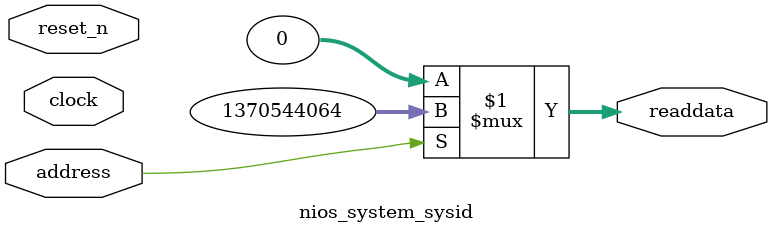
<source format=v>

`timescale 1ns / 1ps
// synthesis translate_on

// turn off superfluous verilog processor warnings 
// altera message_level Level1 
// altera message_off 10034 10035 10036 10037 10230 10240 10030 

module nios_system_sysid (
               // inputs:
                address,
                clock,
                reset_n,

               // outputs:
                readdata
             )
;

  output  [ 31: 0] readdata;
  input            address;
  input            clock;
  input            reset_n;

  wire    [ 31: 0] readdata;
  //control_slave, which is an e_avalon_slave
  assign readdata = address ? 1370544064 : 0;

endmodule




</source>
